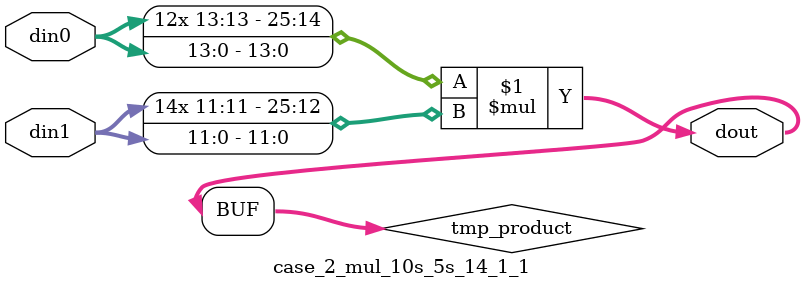
<source format=v>

`timescale 1 ns / 1 ps

 module case_2_mul_10s_5s_14_1_1(din0, din1, dout);
parameter ID = 1;
parameter NUM_STAGE = 0;
parameter din0_WIDTH = 14;
parameter din1_WIDTH = 12;
parameter dout_WIDTH = 26;

input [din0_WIDTH - 1 : 0] din0; 
input [din1_WIDTH - 1 : 0] din1; 
output [dout_WIDTH - 1 : 0] dout;

wire signed [dout_WIDTH - 1 : 0] tmp_product;



























assign tmp_product = $signed(din0) * $signed(din1);








assign dout = tmp_product;





















endmodule

</source>
